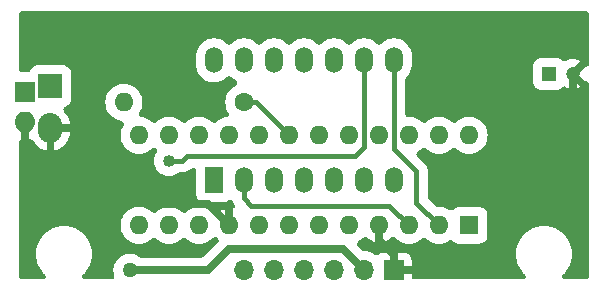
<source format=gbr>
G04 #@! TF.GenerationSoftware,KiCad,Pcbnew,(5.99.0-12936-g328d3d0d77)*
G04 #@! TF.CreationDate,2021-10-24T19:14:53+02:00*
G04 #@! TF.ProjectId,FSP-Display6S,4653502d-4469-4737-906c-617936532e6b,v1.0*
G04 #@! TF.SameCoordinates,Original*
G04 #@! TF.FileFunction,Copper,L1,Top*
G04 #@! TF.FilePolarity,Positive*
%FSLAX46Y46*%
G04 Gerber Fmt 4.6, Leading zero omitted, Abs format (unit mm)*
G04 Created by KiCad (PCBNEW (5.99.0-12936-g328d3d0d77)) date 2021-10-24 19:14:53*
%MOMM*%
%LPD*%
G01*
G04 APERTURE LIST*
G04 #@! TA.AperFunction,ComponentPad*
%ADD10R,1.501140X2.199640*%
G04 #@! TD*
G04 #@! TA.AperFunction,ComponentPad*
%ADD11O,1.501140X2.199640*%
G04 #@! TD*
G04 #@! TA.AperFunction,ComponentPad*
%ADD12C,1.600000*%
G04 #@! TD*
G04 #@! TA.AperFunction,ComponentPad*
%ADD13O,1.600000X1.600000*%
G04 #@! TD*
G04 #@! TA.AperFunction,ComponentPad*
%ADD14R,1.778000X1.778000*%
G04 #@! TD*
G04 #@! TA.AperFunction,ComponentPad*
%ADD15O,1.778000X1.778000*%
G04 #@! TD*
G04 #@! TA.AperFunction,ComponentPad*
%ADD16R,1.200000X1.200000*%
G04 #@! TD*
G04 #@! TA.AperFunction,ComponentPad*
%ADD17C,1.200000*%
G04 #@! TD*
G04 #@! TA.AperFunction,ComponentPad*
%ADD18R,1.600000X1.600000*%
G04 #@! TD*
G04 #@! TA.AperFunction,ComponentPad*
%ADD19R,1.700000X1.700000*%
G04 #@! TD*
G04 #@! TA.AperFunction,ComponentPad*
%ADD20O,1.700000X1.700000*%
G04 #@! TD*
G04 #@! TA.AperFunction,ComponentPad*
%ADD21R,2.032000X2.032000*%
G04 #@! TD*
G04 #@! TA.AperFunction,ComponentPad*
%ADD22O,2.032000X2.540000*%
G04 #@! TD*
G04 #@! TA.AperFunction,ViaPad*
%ADD23C,1.016000*%
G04 #@! TD*
G04 #@! TA.AperFunction,ViaPad*
%ADD24C,1.270000*%
G04 #@! TD*
G04 #@! TA.AperFunction,Conductor*
%ADD25C,0.381000*%
G04 #@! TD*
G04 #@! TA.AperFunction,Conductor*
%ADD26C,0.635000*%
G04 #@! TD*
G04 APERTURE END LIST*
D10*
X58420000Y-43180000D03*
D11*
X60960000Y-43180000D03*
X63500000Y-43180000D03*
X66040000Y-43180000D03*
X68580000Y-43180000D03*
X71120000Y-43180000D03*
X73660000Y-43180000D03*
X73660000Y-33020000D03*
X71120000Y-33020000D03*
X68580000Y-33020000D03*
X66040000Y-33020000D03*
X63500000Y-33020000D03*
X60960000Y-33020000D03*
X58420000Y-33020000D03*
D12*
X60960000Y-36576000D03*
D13*
X50800000Y-36576000D03*
D14*
X42418000Y-35687000D03*
D15*
X42418000Y-38227000D03*
D16*
X86784409Y-34163000D03*
D17*
X88784409Y-34163000D03*
D18*
X80015000Y-46980000D03*
D13*
X77475000Y-46980000D03*
X74935000Y-46980000D03*
X72395000Y-46980000D03*
X69855000Y-46980000D03*
X67315000Y-46980000D03*
X64775000Y-46980000D03*
X62235000Y-46980000D03*
X59695000Y-46980000D03*
X57155000Y-46980000D03*
X54615000Y-46980000D03*
X52075000Y-46980000D03*
X52075000Y-39360000D03*
X54615000Y-39360000D03*
X57155000Y-39360000D03*
X59695000Y-39360000D03*
X62235000Y-39360000D03*
X64775000Y-39360000D03*
X67315000Y-39360000D03*
X69855000Y-39360000D03*
X72395000Y-39360000D03*
X74935000Y-39360000D03*
X77475000Y-39360000D03*
X80015000Y-39360000D03*
D19*
X73660000Y-50800000D03*
D20*
X71120000Y-50800000D03*
X68580000Y-50800000D03*
X66040000Y-50800000D03*
X63500000Y-50800000D03*
X60960000Y-50800000D03*
D21*
X44577000Y-35204400D03*
D22*
X44577000Y-38777000D03*
D23*
X54610000Y-41529000D03*
X79121000Y-44323000D03*
X51054000Y-32893000D03*
X82804000Y-32385000D03*
D24*
X51308000Y-50800000D03*
D25*
X73660000Y-33020000D02*
X73660000Y-40513000D01*
X75565000Y-42418000D02*
X75565000Y-45070000D01*
X73660000Y-40513000D02*
X75565000Y-42418000D01*
X75565000Y-45070000D02*
X77475000Y-46980000D01*
X70358000Y-41148000D02*
X71120000Y-40386000D01*
X54610000Y-41529000D02*
X55753000Y-41529000D01*
X55753000Y-41529000D02*
X56134000Y-41148000D01*
X71120000Y-40386000D02*
X71120000Y-33020000D01*
X56134000Y-41148000D02*
X70358000Y-41148000D01*
X73279000Y-45339000D02*
X61595000Y-45339000D01*
X61595000Y-45339000D02*
X60960000Y-44704000D01*
X60960000Y-44704000D02*
X60960000Y-43180000D01*
X74920000Y-46980000D02*
X73279000Y-45339000D01*
D26*
X72395000Y-48265000D02*
X72395000Y-46980000D01*
X59680000Y-46980000D02*
X57912000Y-45212000D01*
X88784401Y-39993599D02*
X88784401Y-34163000D01*
X79502000Y-50800000D02*
X82042000Y-48260000D01*
X57912000Y-45212000D02*
X53848000Y-45212000D01*
X82042000Y-48260000D02*
X82042000Y-46736000D01*
X73660000Y-50800000D02*
X73660000Y-49530000D01*
X47413000Y-38777000D02*
X44577000Y-38777000D01*
X53848000Y-45212000D02*
X47413000Y-38777000D01*
X82042000Y-46736000D02*
X88784401Y-39993599D01*
X73660000Y-49530000D02*
X72395000Y-48265000D01*
X73660000Y-50800000D02*
X79502000Y-50800000D01*
D25*
X61991001Y-36576001D02*
X64775000Y-39360000D01*
X60959998Y-36576001D02*
X61991001Y-36576001D01*
D26*
X69342000Y-49022000D02*
X59690000Y-49022000D01*
X59690000Y-49022000D02*
X57912000Y-50800000D01*
X71120000Y-50800000D02*
X69342000Y-49022000D01*
X57912000Y-50800000D02*
X51308000Y-50800000D01*
G04 #@! TA.AperFunction,Conductor*
G36*
X90013819Y-28848258D02*
G01*
X90095898Y-28903102D01*
X90150742Y-28985181D01*
X90170000Y-29082000D01*
X90170000Y-33297792D01*
X90150742Y-33394611D01*
X90095898Y-33476690D01*
X90013819Y-33531534D01*
X89917000Y-33550792D01*
X89884008Y-33544601D01*
X89857148Y-33545184D01*
X89846596Y-33549826D01*
X89251041Y-34145381D01*
X89239268Y-34163000D01*
X89251041Y-34180619D01*
X89838458Y-34768036D01*
X89857103Y-34780494D01*
X89867643Y-34778398D01*
X89966359Y-34778399D01*
X90057560Y-34816176D01*
X90127363Y-34885979D01*
X90165139Y-34977180D01*
X90170000Y-35026537D01*
X90170000Y-51309000D01*
X90150742Y-51405819D01*
X90095898Y-51487898D01*
X90013819Y-51542742D01*
X89917000Y-51562000D01*
X88153433Y-51562000D01*
X88056614Y-51542742D01*
X87974535Y-51487898D01*
X87919691Y-51405819D01*
X87900433Y-51309000D01*
X87919691Y-51212181D01*
X87974535Y-51130102D01*
X87986618Y-51118785D01*
X88027895Y-51082586D01*
X88034122Y-51077125D01*
X88115087Y-50984802D01*
X88232857Y-50850512D01*
X88232858Y-50850511D01*
X88238317Y-50844286D01*
X88242913Y-50837407D01*
X88242918Y-50837401D01*
X88405771Y-50593673D01*
X88405774Y-50593669D01*
X88410373Y-50586785D01*
X88474486Y-50456776D01*
X88543685Y-50316456D01*
X88543686Y-50316455D01*
X88547347Y-50309030D01*
X88615808Y-50107350D01*
X88644231Y-50023619D01*
X88644232Y-50023614D01*
X88646894Y-50015773D01*
X88707312Y-49712031D01*
X88709274Y-49682108D01*
X88727025Y-49411270D01*
X88727567Y-49403001D01*
X88725011Y-49364004D01*
X88707854Y-49102234D01*
X88707853Y-49102228D01*
X88707312Y-49093971D01*
X88646894Y-48790229D01*
X88562573Y-48541825D01*
X88550010Y-48504816D01*
X88550008Y-48504812D01*
X88547347Y-48496972D01*
X88487154Y-48374912D01*
X88421384Y-48241546D01*
X88410373Y-48219217D01*
X88404752Y-48210804D01*
X88242918Y-47968601D01*
X88242913Y-47968595D01*
X88238317Y-47961716D01*
X88221027Y-47942000D01*
X88039583Y-47735104D01*
X88034122Y-47728877D01*
X87801283Y-47524682D01*
X87543783Y-47352626D01*
X87285358Y-47225185D01*
X87273453Y-47219314D01*
X87273452Y-47219314D01*
X87266027Y-47215652D01*
X87258187Y-47212991D01*
X87258183Y-47212989D01*
X86980616Y-47118768D01*
X86980611Y-47118767D01*
X86972770Y-47116105D01*
X86669028Y-47055687D01*
X86660771Y-47055146D01*
X86660765Y-47055145D01*
X86368267Y-47035974D01*
X86359998Y-47035432D01*
X86351729Y-47035974D01*
X86059231Y-47055145D01*
X86059225Y-47055146D01*
X86050968Y-47055687D01*
X85747226Y-47116105D01*
X85739385Y-47118767D01*
X85739380Y-47118768D01*
X85461813Y-47212989D01*
X85461809Y-47212991D01*
X85453969Y-47215652D01*
X85176214Y-47352626D01*
X85169330Y-47357225D01*
X85169326Y-47357228D01*
X84925598Y-47520081D01*
X84925592Y-47520086D01*
X84918713Y-47524682D01*
X84685874Y-47728877D01*
X84680413Y-47735104D01*
X84498970Y-47942000D01*
X84481679Y-47961716D01*
X84477083Y-47968595D01*
X84477078Y-47968601D01*
X84315244Y-48210804D01*
X84309623Y-48219217D01*
X84298612Y-48241546D01*
X84232843Y-48374912D01*
X84172649Y-48496972D01*
X84169988Y-48504812D01*
X84169986Y-48504816D01*
X84157424Y-48541825D01*
X84073102Y-48790229D01*
X84012684Y-49093971D01*
X84012143Y-49102228D01*
X84012142Y-49102234D01*
X83994985Y-49364004D01*
X83992429Y-49403001D01*
X83992971Y-49411270D01*
X84010723Y-49682108D01*
X84012684Y-49712031D01*
X84073102Y-50015773D01*
X84075764Y-50023614D01*
X84075765Y-50023619D01*
X84104188Y-50107350D01*
X84172649Y-50309030D01*
X84176310Y-50316455D01*
X84176311Y-50316456D01*
X84245510Y-50456776D01*
X84309623Y-50586785D01*
X84314222Y-50593669D01*
X84314225Y-50593673D01*
X84477078Y-50837401D01*
X84477083Y-50837407D01*
X84481679Y-50844286D01*
X84487138Y-50850511D01*
X84487139Y-50850512D01*
X84604909Y-50984802D01*
X84685874Y-51077125D01*
X84692101Y-51082586D01*
X84733378Y-51118785D01*
X84793472Y-51197101D01*
X84819021Y-51292453D01*
X84806136Y-51390324D01*
X84756778Y-51475815D01*
X84678462Y-51535909D01*
X84583110Y-51561458D01*
X84566563Y-51562000D01*
X75398000Y-51562000D01*
X75301181Y-51542742D01*
X75219102Y-51487898D01*
X75164258Y-51405819D01*
X75145000Y-51309000D01*
X75145000Y-51142418D01*
X75140866Y-51121634D01*
X75120082Y-51117500D01*
X73595500Y-51117500D01*
X73498681Y-51098242D01*
X73416602Y-51043398D01*
X73361758Y-50961319D01*
X73342500Y-50864500D01*
X73342500Y-50457582D01*
X73977500Y-50457582D01*
X73981634Y-50478366D01*
X74002418Y-50482500D01*
X75120082Y-50482500D01*
X75140866Y-50478366D01*
X75145000Y-50457582D01*
X75145000Y-49890844D01*
X75144610Y-49880915D01*
X75143181Y-49862762D01*
X75138560Y-49837461D01*
X75101847Y-49711093D01*
X75089305Y-49682108D01*
X75023837Y-49571409D01*
X75004482Y-49546457D01*
X74913543Y-49455518D01*
X74888591Y-49436163D01*
X74777892Y-49370695D01*
X74748907Y-49358153D01*
X74622539Y-49321440D01*
X74597238Y-49316819D01*
X74579085Y-49315390D01*
X74569156Y-49315000D01*
X74002418Y-49315000D01*
X73981634Y-49319134D01*
X73977500Y-49339918D01*
X73977500Y-50457582D01*
X73342500Y-50457582D01*
X73342500Y-49339918D01*
X73338366Y-49319134D01*
X73317582Y-49315000D01*
X72750844Y-49315000D01*
X72740915Y-49315390D01*
X72722762Y-49316819D01*
X72697461Y-49321440D01*
X72571093Y-49358153D01*
X72542108Y-49370695D01*
X72431409Y-49436163D01*
X72406457Y-49455518D01*
X72396619Y-49465356D01*
X72314540Y-49520200D01*
X72217721Y-49539458D01*
X72120902Y-49520200D01*
X72073036Y-49493392D01*
X72070734Y-49491426D01*
X72062258Y-49486232D01*
X72062254Y-49486229D01*
X71862800Y-49364004D01*
X71854323Y-49358809D01*
X71808717Y-49339918D01*
X71629017Y-49265484D01*
X71619831Y-49261679D01*
X71373031Y-49202428D01*
X71120000Y-49182514D01*
X71120178Y-49180258D01*
X71038622Y-49164036D01*
X70956543Y-49109192D01*
X70580998Y-48733647D01*
X70526154Y-48651568D01*
X70506896Y-48554749D01*
X70526154Y-48457930D01*
X70580998Y-48375851D01*
X70627703Y-48339032D01*
X70767777Y-48253194D01*
X70767783Y-48253190D01*
X70776255Y-48247998D01*
X70783805Y-48241549D01*
X70783810Y-48241546D01*
X70955719Y-48094721D01*
X70963271Y-48088271D01*
X70969721Y-48080719D01*
X70969727Y-48080713D01*
X71018135Y-48024034D01*
X71095658Y-47962920D01*
X71190667Y-47936124D01*
X71288698Y-47947726D01*
X71374828Y-47995961D01*
X71387530Y-48007580D01*
X71395529Y-48015413D01*
X71561107Y-48152878D01*
X71578064Y-48164752D01*
X71763865Y-48273325D01*
X71782533Y-48282269D01*
X71983577Y-48359040D01*
X72003449Y-48364814D01*
X72053081Y-48374912D01*
X72074274Y-48375004D01*
X72077482Y-48367353D01*
X72077500Y-48367176D01*
X72077500Y-46915500D01*
X72096758Y-46818681D01*
X72151602Y-46736602D01*
X72233681Y-46681758D01*
X72330500Y-46662500D01*
X72459500Y-46662500D01*
X72556319Y-46681758D01*
X72638398Y-46736602D01*
X72693242Y-46818681D01*
X72712500Y-46915500D01*
X72712500Y-48358097D01*
X72716634Y-48378881D01*
X72718996Y-48379351D01*
X72730190Y-48377708D01*
X72910447Y-48323628D01*
X72929719Y-48316075D01*
X73122977Y-48221399D01*
X73140751Y-48210804D01*
X73315955Y-48085832D01*
X73331760Y-48072475D01*
X73398334Y-48006134D01*
X73480509Y-47951434D01*
X73577361Y-47932344D01*
X73674146Y-47951772D01*
X73756129Y-48006759D01*
X73769301Y-48021033D01*
X73820272Y-48080712D01*
X73820279Y-48080719D01*
X73826729Y-48088271D01*
X73834281Y-48094721D01*
X74006190Y-48241546D01*
X74006195Y-48241549D01*
X74013745Y-48247998D01*
X74223446Y-48376503D01*
X74450668Y-48470621D01*
X74460333Y-48472941D01*
X74460338Y-48472943D01*
X74560426Y-48496972D01*
X74689815Y-48528036D01*
X74935000Y-48547332D01*
X75180185Y-48528036D01*
X75309574Y-48496972D01*
X75409662Y-48472943D01*
X75409667Y-48472941D01*
X75419332Y-48470621D01*
X75646554Y-48376503D01*
X75856255Y-48247998D01*
X75863813Y-48241543D01*
X75863817Y-48241540D01*
X76040689Y-48090477D01*
X76126818Y-48042242D01*
X76224850Y-48030639D01*
X76319859Y-48057434D01*
X76369311Y-48090477D01*
X76546183Y-48241540D01*
X76546187Y-48241543D01*
X76553745Y-48247998D01*
X76763446Y-48376503D01*
X76990668Y-48470621D01*
X77000333Y-48472941D01*
X77000338Y-48472943D01*
X77100426Y-48496972D01*
X77229815Y-48528036D01*
X77475000Y-48547332D01*
X77720185Y-48528036D01*
X77849574Y-48496972D01*
X77949662Y-48472943D01*
X77949667Y-48472941D01*
X77959332Y-48470621D01*
X78186554Y-48376503D01*
X78195159Y-48371230D01*
X78355383Y-48273045D01*
X78447998Y-48238878D01*
X78546637Y-48242754D01*
X78636285Y-48284082D01*
X78666317Y-48309709D01*
X78739201Y-48382466D01*
X78751705Y-48390174D01*
X78751707Y-48390175D01*
X78878054Y-48468056D01*
X78878059Y-48468058D01*
X78890560Y-48475764D01*
X79059322Y-48531741D01*
X79164334Y-48542500D01*
X80865666Y-48542500D01*
X80872172Y-48541825D01*
X80958219Y-48532897D01*
X80958220Y-48532897D01*
X80971990Y-48531468D01*
X80985120Y-48527087D01*
X80985122Y-48527087D01*
X81097645Y-48489546D01*
X81140654Y-48475197D01*
X81291850Y-48381634D01*
X81417466Y-48255799D01*
X81426252Y-48241546D01*
X81503056Y-48116946D01*
X81503058Y-48116941D01*
X81510764Y-48104440D01*
X81566741Y-47935678D01*
X81577500Y-47830666D01*
X81577500Y-46129334D01*
X81566468Y-46023010D01*
X81510197Y-45854346D01*
X81426108Y-45718460D01*
X81424370Y-45715651D01*
X81424369Y-45715650D01*
X81416634Y-45703150D01*
X81290799Y-45577534D01*
X81267730Y-45563314D01*
X81151946Y-45491944D01*
X81151941Y-45491942D01*
X81139440Y-45484236D01*
X80970678Y-45428259D01*
X80865666Y-45417500D01*
X79164334Y-45417500D01*
X79157829Y-45418175D01*
X79157828Y-45418175D01*
X79071781Y-45427103D01*
X79071780Y-45427103D01*
X79058010Y-45428532D01*
X79044880Y-45432913D01*
X79044878Y-45432913D01*
X79040763Y-45434286D01*
X78889346Y-45484803D01*
X78738150Y-45578366D01*
X78714835Y-45601722D01*
X78666649Y-45649992D01*
X78584618Y-45704907D01*
X78487816Y-45724250D01*
X78390980Y-45705076D01*
X78355403Y-45686968D01*
X78307133Y-45657388D01*
X78186554Y-45583497D01*
X77959332Y-45489379D01*
X77949667Y-45487059D01*
X77949662Y-45487057D01*
X77793071Y-45449463D01*
X77720185Y-45431964D01*
X77475000Y-45412668D01*
X77387709Y-45419538D01*
X77289678Y-45407935D01*
X77203549Y-45359701D01*
X77188961Y-45346216D01*
X76592102Y-44749357D01*
X76537258Y-44667278D01*
X76518000Y-44570459D01*
X76518000Y-42435219D01*
X76518099Y-42428156D01*
X76519984Y-42360658D01*
X76520342Y-42347844D01*
X76511213Y-42296068D01*
X76508664Y-42277700D01*
X76504646Y-42238138D01*
X76504645Y-42238133D01*
X76503350Y-42225384D01*
X76499516Y-42213150D01*
X76499515Y-42213145D01*
X76497722Y-42207422D01*
X76489990Y-42175705D01*
X76488949Y-42169802D01*
X76488948Y-42169799D01*
X76486723Y-42157179D01*
X76467372Y-42108303D01*
X76461184Y-42090829D01*
X76449290Y-42052876D01*
X76449288Y-42052871D01*
X76445454Y-42040637D01*
X76436333Y-42024182D01*
X76422379Y-41994662D01*
X76420174Y-41989093D01*
X76420172Y-41989088D01*
X76415452Y-41977168D01*
X76386666Y-41933179D01*
X76377089Y-41917303D01*
X76357804Y-41882512D01*
X76357800Y-41882506D01*
X76351591Y-41871305D01*
X76339343Y-41857015D01*
X76319740Y-41830906D01*
X76314755Y-41823288D01*
X76314752Y-41823285D01*
X76309439Y-41815165D01*
X76305183Y-41810437D01*
X76271736Y-41776990D01*
X76258538Y-41762738D01*
X76233935Y-41734033D01*
X76233934Y-41734032D01*
X76225597Y-41724305D01*
X76208991Y-41711424D01*
X76185159Y-41690413D01*
X75915184Y-41420438D01*
X75628379Y-41133634D01*
X75573537Y-41051556D01*
X75554278Y-40954737D01*
X75573536Y-40857918D01*
X75628380Y-40775839D01*
X75675085Y-40739019D01*
X75723714Y-40709219D01*
X75856255Y-40627998D01*
X75863813Y-40621543D01*
X75863817Y-40621540D01*
X76040689Y-40470477D01*
X76126818Y-40422242D01*
X76224850Y-40410639D01*
X76319859Y-40437434D01*
X76369311Y-40470477D01*
X76546183Y-40621540D01*
X76546187Y-40621543D01*
X76553745Y-40627998D01*
X76763446Y-40756503D01*
X76990668Y-40850621D01*
X77000333Y-40852941D01*
X77000338Y-40852943D01*
X77122510Y-40882274D01*
X77229815Y-40908036D01*
X77475000Y-40927332D01*
X77720185Y-40908036D01*
X77827490Y-40882274D01*
X77949662Y-40852943D01*
X77949667Y-40852941D01*
X77959332Y-40850621D01*
X78186554Y-40756503D01*
X78396255Y-40627998D01*
X78403813Y-40621543D01*
X78403817Y-40621540D01*
X78580689Y-40470477D01*
X78666818Y-40422242D01*
X78764850Y-40410639D01*
X78859859Y-40437434D01*
X78909311Y-40470477D01*
X79086183Y-40621540D01*
X79086187Y-40621543D01*
X79093745Y-40627998D01*
X79303446Y-40756503D01*
X79530668Y-40850621D01*
X79540333Y-40852941D01*
X79540338Y-40852943D01*
X79662510Y-40882274D01*
X79769815Y-40908036D01*
X80015000Y-40927332D01*
X80260185Y-40908036D01*
X80367490Y-40882274D01*
X80489662Y-40852943D01*
X80489667Y-40852941D01*
X80499332Y-40850621D01*
X80726554Y-40756503D01*
X80936255Y-40627998D01*
X80943805Y-40621549D01*
X80943810Y-40621546D01*
X81115719Y-40474721D01*
X81123271Y-40468271D01*
X81162584Y-40422242D01*
X81276546Y-40288810D01*
X81276549Y-40288805D01*
X81282998Y-40281255D01*
X81411503Y-40071554D01*
X81505621Y-39844332D01*
X81563036Y-39605185D01*
X81582332Y-39360000D01*
X81563036Y-39114815D01*
X81505621Y-38875668D01*
X81411503Y-38648446D01*
X81282998Y-38438745D01*
X81276549Y-38431195D01*
X81276546Y-38431190D01*
X81129721Y-38259281D01*
X81123271Y-38251729D01*
X81108113Y-38238783D01*
X80943810Y-38098454D01*
X80943805Y-38098451D01*
X80936255Y-38092002D01*
X80726554Y-37963497D01*
X80499332Y-37869379D01*
X80489667Y-37867059D01*
X80489662Y-37867057D01*
X80333071Y-37829463D01*
X80260185Y-37811964D01*
X80015000Y-37792668D01*
X79769815Y-37811964D01*
X79696929Y-37829463D01*
X79540338Y-37867057D01*
X79540333Y-37867059D01*
X79530668Y-37869379D01*
X79303446Y-37963497D01*
X79093745Y-38092002D01*
X79086191Y-38098454D01*
X79086183Y-38098460D01*
X78909311Y-38249523D01*
X78823182Y-38297758D01*
X78725150Y-38309361D01*
X78630141Y-38282566D01*
X78580689Y-38249523D01*
X78403817Y-38098460D01*
X78403809Y-38098454D01*
X78396255Y-38092002D01*
X78186554Y-37963497D01*
X77959332Y-37869379D01*
X77949667Y-37867059D01*
X77949662Y-37867057D01*
X77793071Y-37829463D01*
X77720185Y-37811964D01*
X77475000Y-37792668D01*
X77229815Y-37811964D01*
X77156929Y-37829463D01*
X77000338Y-37867057D01*
X77000333Y-37867059D01*
X76990668Y-37869379D01*
X76763446Y-37963497D01*
X76553745Y-38092002D01*
X76546191Y-38098454D01*
X76546183Y-38098460D01*
X76369311Y-38249523D01*
X76283182Y-38297758D01*
X76185150Y-38309361D01*
X76090141Y-38282566D01*
X76040689Y-38249523D01*
X75863817Y-38098460D01*
X75863809Y-38098454D01*
X75856255Y-38092002D01*
X75646554Y-37963497D01*
X75419332Y-37869379D01*
X75409667Y-37867059D01*
X75409662Y-37867057D01*
X75253071Y-37829463D01*
X75180185Y-37811964D01*
X74935000Y-37792668D01*
X74925089Y-37793448D01*
X74925088Y-37793448D01*
X74885849Y-37796536D01*
X74787818Y-37784933D01*
X74701689Y-37736698D01*
X74640575Y-37659175D01*
X74613780Y-37564165D01*
X74613000Y-37544316D01*
X74613000Y-34813666D01*
X85421909Y-34813666D01*
X85422584Y-34820171D01*
X85422584Y-34820172D01*
X85428086Y-34873194D01*
X85432941Y-34919990D01*
X85437322Y-34933120D01*
X85437322Y-34933122D01*
X85452021Y-34977180D01*
X85489212Y-35088654D01*
X85582775Y-35239850D01*
X85708610Y-35365466D01*
X85721114Y-35373174D01*
X85721116Y-35373175D01*
X85847463Y-35451056D01*
X85847468Y-35451058D01*
X85859969Y-35458764D01*
X86028731Y-35514741D01*
X86133743Y-35525500D01*
X87435075Y-35525500D01*
X87441581Y-35524825D01*
X87527628Y-35515897D01*
X87527629Y-35515897D01*
X87541399Y-35514468D01*
X87554529Y-35510087D01*
X87554531Y-35510087D01*
X87681492Y-35467729D01*
X87710063Y-35458197D01*
X87861259Y-35364634D01*
X87871644Y-35354231D01*
X87871649Y-35354227D01*
X87919518Y-35306274D01*
X88001549Y-35251358D01*
X88098351Y-35232015D01*
X88195186Y-35251189D01*
X88205495Y-35255719D01*
X88350395Y-35323287D01*
X88371069Y-35330811D01*
X88558465Y-35381024D01*
X88580138Y-35384846D01*
X88773402Y-35401754D01*
X88795416Y-35401754D01*
X88988680Y-35384846D01*
X89010353Y-35381024D01*
X89197749Y-35330811D01*
X89218423Y-35323287D01*
X89393778Y-35241518D01*
X89401306Y-35233653D01*
X89397579Y-35225183D01*
X88514294Y-34341898D01*
X88459450Y-34259819D01*
X88440192Y-34163000D01*
X88459450Y-34066181D01*
X88514294Y-33984102D01*
X89389445Y-33108951D01*
X89401218Y-33091332D01*
X89398382Y-33087087D01*
X89394257Y-33084706D01*
X89218423Y-33002713D01*
X89197749Y-32995189D01*
X89010353Y-32944976D01*
X88988680Y-32941154D01*
X88795416Y-32924246D01*
X88773402Y-32924246D01*
X88580138Y-32941154D01*
X88558465Y-32944976D01*
X88371069Y-32995189D01*
X88350390Y-33002715D01*
X88205485Y-33070285D01*
X88109599Y-33093748D01*
X88012032Y-33078731D01*
X87927639Y-33027520D01*
X87919821Y-33020043D01*
X87884261Y-32984545D01*
X87860208Y-32960534D01*
X87847702Y-32952825D01*
X87721355Y-32874944D01*
X87721350Y-32874942D01*
X87708849Y-32867236D01*
X87540087Y-32811259D01*
X87435075Y-32800500D01*
X86133743Y-32800500D01*
X86127238Y-32801175D01*
X86127237Y-32801175D01*
X86041190Y-32810103D01*
X86041189Y-32810103D01*
X86027419Y-32811532D01*
X86014289Y-32815913D01*
X86014287Y-32815913D01*
X85921455Y-32846884D01*
X85858755Y-32867803D01*
X85707559Y-32961366D01*
X85581943Y-33087201D01*
X85574235Y-33099705D01*
X85574234Y-33099707D01*
X85496353Y-33226054D01*
X85496351Y-33226059D01*
X85488645Y-33238560D01*
X85432668Y-33407322D01*
X85421909Y-33512334D01*
X85421909Y-34813666D01*
X74613000Y-34813666D01*
X74613000Y-34659516D01*
X74632258Y-34562697D01*
X74692167Y-34475693D01*
X74692544Y-34475337D01*
X74788088Y-34384985D01*
X74935973Y-34191559D01*
X75051031Y-33976977D01*
X75056396Y-33961398D01*
X75126991Y-33756371D01*
X75130301Y-33746759D01*
X75171745Y-33506830D01*
X75172390Y-33492636D01*
X75172941Y-33480498D01*
X75172941Y-33480482D01*
X75173070Y-33477649D01*
X75173070Y-32609575D01*
X75158465Y-32428052D01*
X75156040Y-32418179D01*
X75102810Y-32201464D01*
X75102808Y-32201459D01*
X75100386Y-32191597D01*
X75096417Y-32182246D01*
X75009222Y-31976826D01*
X75009219Y-31976820D01*
X75005250Y-31967470D01*
X74930294Y-31848441D01*
X74880916Y-31770031D01*
X74880916Y-31770030D01*
X74875504Y-31761437D01*
X74714486Y-31578798D01*
X74706635Y-31572349D01*
X74534194Y-31430704D01*
X74534193Y-31430703D01*
X74526339Y-31424252D01*
X74517557Y-31419141D01*
X74517553Y-31419138D01*
X74324689Y-31306888D01*
X74324683Y-31306885D01*
X74315903Y-31301775D01*
X74168509Y-31245196D01*
X74098083Y-31218162D01*
X74098080Y-31218161D01*
X74088592Y-31214519D01*
X74078641Y-31212440D01*
X74078637Y-31212439D01*
X73942194Y-31183935D01*
X73850255Y-31164728D01*
X73840114Y-31164268D01*
X73840110Y-31164267D01*
X73647094Y-31155503D01*
X73607023Y-31153683D01*
X73429606Y-31174211D01*
X73375256Y-31180499D01*
X73375254Y-31180499D01*
X73365154Y-31181668D01*
X73130870Y-31247963D01*
X73121667Y-31252255D01*
X73121663Y-31252256D01*
X72919401Y-31346573D01*
X72919396Y-31346576D01*
X72910200Y-31350864D01*
X72708820Y-31487721D01*
X72563987Y-31624683D01*
X72480414Y-31677210D01*
X72383095Y-31693758D01*
X72286851Y-31671804D01*
X72200380Y-31608169D01*
X72181204Y-31586418D01*
X72174486Y-31578798D01*
X72166635Y-31572349D01*
X71994194Y-31430704D01*
X71994193Y-31430703D01*
X71986339Y-31424252D01*
X71977557Y-31419141D01*
X71977553Y-31419138D01*
X71784689Y-31306888D01*
X71784683Y-31306885D01*
X71775903Y-31301775D01*
X71628509Y-31245196D01*
X71558083Y-31218162D01*
X71558080Y-31218161D01*
X71548592Y-31214519D01*
X71538641Y-31212440D01*
X71538637Y-31212439D01*
X71402194Y-31183935D01*
X71310255Y-31164728D01*
X71300114Y-31164268D01*
X71300110Y-31164267D01*
X71107094Y-31155503D01*
X71067023Y-31153683D01*
X70889606Y-31174211D01*
X70835256Y-31180499D01*
X70835254Y-31180499D01*
X70825154Y-31181668D01*
X70590870Y-31247963D01*
X70581667Y-31252255D01*
X70581663Y-31252256D01*
X70379401Y-31346573D01*
X70379396Y-31346576D01*
X70370200Y-31350864D01*
X70168820Y-31487721D01*
X70023987Y-31624683D01*
X69940414Y-31677210D01*
X69843095Y-31693758D01*
X69746851Y-31671804D01*
X69660380Y-31608169D01*
X69641204Y-31586418D01*
X69634486Y-31578798D01*
X69626635Y-31572349D01*
X69454194Y-31430704D01*
X69454193Y-31430703D01*
X69446339Y-31424252D01*
X69437557Y-31419141D01*
X69437553Y-31419138D01*
X69244689Y-31306888D01*
X69244683Y-31306885D01*
X69235903Y-31301775D01*
X69088509Y-31245196D01*
X69018083Y-31218162D01*
X69018080Y-31218161D01*
X69008592Y-31214519D01*
X68998641Y-31212440D01*
X68998637Y-31212439D01*
X68862194Y-31183935D01*
X68770255Y-31164728D01*
X68760114Y-31164268D01*
X68760110Y-31164267D01*
X68567094Y-31155503D01*
X68527023Y-31153683D01*
X68349606Y-31174211D01*
X68295256Y-31180499D01*
X68295254Y-31180499D01*
X68285154Y-31181668D01*
X68050870Y-31247963D01*
X68041667Y-31252255D01*
X68041663Y-31252256D01*
X67839401Y-31346573D01*
X67839396Y-31346576D01*
X67830200Y-31350864D01*
X67628820Y-31487721D01*
X67483987Y-31624683D01*
X67400414Y-31677210D01*
X67303095Y-31693758D01*
X67206851Y-31671804D01*
X67120380Y-31608169D01*
X67101204Y-31586418D01*
X67094486Y-31578798D01*
X67086635Y-31572349D01*
X66914194Y-31430704D01*
X66914193Y-31430703D01*
X66906339Y-31424252D01*
X66897557Y-31419141D01*
X66897553Y-31419138D01*
X66704689Y-31306888D01*
X66704683Y-31306885D01*
X66695903Y-31301775D01*
X66548509Y-31245196D01*
X66478083Y-31218162D01*
X66478080Y-31218161D01*
X66468592Y-31214519D01*
X66458641Y-31212440D01*
X66458637Y-31212439D01*
X66322194Y-31183935D01*
X66230255Y-31164728D01*
X66220114Y-31164268D01*
X66220110Y-31164267D01*
X66027094Y-31155503D01*
X65987023Y-31153683D01*
X65809606Y-31174211D01*
X65755256Y-31180499D01*
X65755254Y-31180499D01*
X65745154Y-31181668D01*
X65510870Y-31247963D01*
X65501667Y-31252255D01*
X65501663Y-31252256D01*
X65299401Y-31346573D01*
X65299396Y-31346576D01*
X65290200Y-31350864D01*
X65088820Y-31487721D01*
X64943987Y-31624683D01*
X64860414Y-31677210D01*
X64763095Y-31693758D01*
X64666851Y-31671804D01*
X64580380Y-31608169D01*
X64561204Y-31586418D01*
X64554486Y-31578798D01*
X64546635Y-31572349D01*
X64374194Y-31430704D01*
X64374193Y-31430703D01*
X64366339Y-31424252D01*
X64357557Y-31419141D01*
X64357553Y-31419138D01*
X64164689Y-31306888D01*
X64164683Y-31306885D01*
X64155903Y-31301775D01*
X64008509Y-31245196D01*
X63938083Y-31218162D01*
X63938080Y-31218161D01*
X63928592Y-31214519D01*
X63918641Y-31212440D01*
X63918637Y-31212439D01*
X63782194Y-31183935D01*
X63690255Y-31164728D01*
X63680114Y-31164268D01*
X63680110Y-31164267D01*
X63487094Y-31155503D01*
X63447023Y-31153683D01*
X63269606Y-31174211D01*
X63215256Y-31180499D01*
X63215254Y-31180499D01*
X63205154Y-31181668D01*
X62970870Y-31247963D01*
X62961667Y-31252255D01*
X62961663Y-31252256D01*
X62759401Y-31346573D01*
X62759396Y-31346576D01*
X62750200Y-31350864D01*
X62548820Y-31487721D01*
X62403987Y-31624683D01*
X62320414Y-31677210D01*
X62223095Y-31693758D01*
X62126851Y-31671804D01*
X62040380Y-31608169D01*
X62021204Y-31586418D01*
X62014486Y-31578798D01*
X62006635Y-31572349D01*
X61834194Y-31430704D01*
X61834193Y-31430703D01*
X61826339Y-31424252D01*
X61817557Y-31419141D01*
X61817553Y-31419138D01*
X61624689Y-31306888D01*
X61624683Y-31306885D01*
X61615903Y-31301775D01*
X61468509Y-31245196D01*
X61398083Y-31218162D01*
X61398080Y-31218161D01*
X61388592Y-31214519D01*
X61378641Y-31212440D01*
X61378637Y-31212439D01*
X61242194Y-31183935D01*
X61150255Y-31164728D01*
X61140114Y-31164268D01*
X61140110Y-31164267D01*
X60947094Y-31155503D01*
X60907023Y-31153683D01*
X60729606Y-31174211D01*
X60675256Y-31180499D01*
X60675254Y-31180499D01*
X60665154Y-31181668D01*
X60430870Y-31247963D01*
X60421667Y-31252255D01*
X60421663Y-31252256D01*
X60219401Y-31346573D01*
X60219396Y-31346576D01*
X60210200Y-31350864D01*
X60008820Y-31487721D01*
X59863987Y-31624683D01*
X59780414Y-31677210D01*
X59683095Y-31693758D01*
X59586851Y-31671804D01*
X59500380Y-31608169D01*
X59481204Y-31586418D01*
X59474486Y-31578798D01*
X59466635Y-31572349D01*
X59294194Y-31430704D01*
X59294193Y-31430703D01*
X59286339Y-31424252D01*
X59277557Y-31419141D01*
X59277553Y-31419138D01*
X59084689Y-31306888D01*
X59084683Y-31306885D01*
X59075903Y-31301775D01*
X58928509Y-31245196D01*
X58858083Y-31218162D01*
X58858080Y-31218161D01*
X58848592Y-31214519D01*
X58838641Y-31212440D01*
X58838637Y-31212439D01*
X58702194Y-31183935D01*
X58610255Y-31164728D01*
X58600114Y-31164268D01*
X58600110Y-31164267D01*
X58407094Y-31155503D01*
X58367023Y-31153683D01*
X58189606Y-31174211D01*
X58135256Y-31180499D01*
X58135254Y-31180499D01*
X58125154Y-31181668D01*
X57890870Y-31247963D01*
X57881667Y-31252255D01*
X57881663Y-31252256D01*
X57679401Y-31346573D01*
X57679396Y-31346576D01*
X57670200Y-31350864D01*
X57468820Y-31487721D01*
X57291912Y-31655015D01*
X57144027Y-31848441D01*
X57028969Y-32063023D01*
X56949699Y-32293241D01*
X56908255Y-32533170D01*
X56906930Y-32562351D01*
X56906930Y-33430425D01*
X56907337Y-33435482D01*
X56907337Y-33435485D01*
X56907806Y-33441313D01*
X56921535Y-33611948D01*
X56923960Y-33621820D01*
X56923960Y-33621821D01*
X56963427Y-33782500D01*
X56979614Y-33848403D01*
X56983582Y-33857751D01*
X56983583Y-33857754D01*
X57070778Y-34063174D01*
X57070781Y-34063180D01*
X57074750Y-34072530D01*
X57080164Y-34081128D01*
X57080166Y-34081131D01*
X57154787Y-34199627D01*
X57204496Y-34278563D01*
X57365514Y-34461202D01*
X57373364Y-34467650D01*
X57373365Y-34467651D01*
X57474298Y-34550558D01*
X57553661Y-34615748D01*
X57562443Y-34620859D01*
X57562447Y-34620862D01*
X57755311Y-34733112D01*
X57755317Y-34733115D01*
X57764097Y-34738225D01*
X57874212Y-34780494D01*
X57981917Y-34821838D01*
X57981920Y-34821839D01*
X57991408Y-34825481D01*
X58001359Y-34827560D01*
X58001363Y-34827561D01*
X58135403Y-34855563D01*
X58229745Y-34875272D01*
X58239886Y-34875732D01*
X58239890Y-34875733D01*
X58432906Y-34884497D01*
X58472977Y-34886317D01*
X58650394Y-34865789D01*
X58704744Y-34859501D01*
X58704746Y-34859501D01*
X58714846Y-34858332D01*
X58949130Y-34792037D01*
X58958333Y-34787745D01*
X58958337Y-34787744D01*
X59160599Y-34693427D01*
X59160604Y-34693424D01*
X59169800Y-34689136D01*
X59371180Y-34552279D01*
X59516013Y-34415317D01*
X59599586Y-34362790D01*
X59696905Y-34346242D01*
X59793149Y-34368196D01*
X59879620Y-34431831D01*
X59905514Y-34461202D01*
X59913364Y-34467650D01*
X59913365Y-34467651D01*
X60014298Y-34550558D01*
X60093661Y-34615748D01*
X60282449Y-34725626D01*
X60356435Y-34790968D01*
X60399786Y-34879655D01*
X60405899Y-34978181D01*
X60373842Y-35071547D01*
X60308495Y-35145538D01*
X60265905Y-35170031D01*
X60266489Y-35171178D01*
X60257623Y-35175696D01*
X60248446Y-35179497D01*
X60038745Y-35308002D01*
X60031195Y-35314451D01*
X60031190Y-35314454D01*
X59871945Y-35450463D01*
X59851729Y-35467729D01*
X59845279Y-35475281D01*
X59698454Y-35647190D01*
X59698451Y-35647195D01*
X59692002Y-35654745D01*
X59563497Y-35864446D01*
X59469379Y-36091668D01*
X59411964Y-36330815D01*
X59392668Y-36576000D01*
X59411964Y-36821185D01*
X59469379Y-37060332D01*
X59563497Y-37287554D01*
X59648662Y-37426531D01*
X59649122Y-37427281D01*
X59683289Y-37519895D01*
X59679414Y-37618534D01*
X59638085Y-37708182D01*
X59565596Y-37775191D01*
X59472982Y-37809358D01*
X59466144Y-37810168D01*
X59459732Y-37811184D01*
X59449815Y-37811964D01*
X59376929Y-37829463D01*
X59220338Y-37867057D01*
X59220333Y-37867059D01*
X59210668Y-37869379D01*
X58983446Y-37963497D01*
X58773745Y-38092002D01*
X58766191Y-38098454D01*
X58766183Y-38098460D01*
X58589311Y-38249523D01*
X58503182Y-38297758D01*
X58405150Y-38309361D01*
X58310141Y-38282566D01*
X58260689Y-38249523D01*
X58083817Y-38098460D01*
X58083809Y-38098454D01*
X58076255Y-38092002D01*
X57866554Y-37963497D01*
X57639332Y-37869379D01*
X57629667Y-37867059D01*
X57629662Y-37867057D01*
X57473071Y-37829463D01*
X57400185Y-37811964D01*
X57155000Y-37792668D01*
X56909815Y-37811964D01*
X56836929Y-37829463D01*
X56680338Y-37867057D01*
X56680333Y-37867059D01*
X56670668Y-37869379D01*
X56443446Y-37963497D01*
X56233745Y-38092002D01*
X56226191Y-38098454D01*
X56226183Y-38098460D01*
X56049311Y-38249523D01*
X55963182Y-38297758D01*
X55865150Y-38309361D01*
X55770141Y-38282566D01*
X55720689Y-38249523D01*
X55543817Y-38098460D01*
X55543809Y-38098454D01*
X55536255Y-38092002D01*
X55326554Y-37963497D01*
X55099332Y-37869379D01*
X55089667Y-37867059D01*
X55089662Y-37867057D01*
X54933071Y-37829463D01*
X54860185Y-37811964D01*
X54615000Y-37792668D01*
X54369815Y-37811964D01*
X54296929Y-37829463D01*
X54140338Y-37867057D01*
X54140333Y-37867059D01*
X54130668Y-37869379D01*
X53903446Y-37963497D01*
X53693745Y-38092002D01*
X53686191Y-38098454D01*
X53686183Y-38098460D01*
X53509311Y-38249523D01*
X53423182Y-38297758D01*
X53325150Y-38309361D01*
X53230141Y-38282566D01*
X53180689Y-38249523D01*
X53003817Y-38098460D01*
X53003809Y-38098454D01*
X52996255Y-38092002D01*
X52786554Y-37963497D01*
X52559332Y-37869379D01*
X52549667Y-37867059D01*
X52549662Y-37867057D01*
X52393071Y-37829463D01*
X52320185Y-37811964D01*
X52307211Y-37810943D01*
X52305239Y-37810387D01*
X52300455Y-37809629D01*
X52300545Y-37809063D01*
X52212205Y-37784152D01*
X52134679Y-37723040D01*
X52086442Y-37636913D01*
X52074835Y-37538882D01*
X52101627Y-37443872D01*
X52111338Y-37426531D01*
X52191312Y-37296025D01*
X52191313Y-37296024D01*
X52196503Y-37287554D01*
X52290621Y-37060332D01*
X52348036Y-36821185D01*
X52367332Y-36576000D01*
X52348036Y-36330815D01*
X52290621Y-36091668D01*
X52196503Y-35864446D01*
X52067998Y-35654745D01*
X52061549Y-35647195D01*
X52061546Y-35647190D01*
X51914721Y-35475281D01*
X51908271Y-35467729D01*
X51888055Y-35450463D01*
X51728810Y-35314454D01*
X51728805Y-35314451D01*
X51721255Y-35308002D01*
X51511554Y-35179497D01*
X51284332Y-35085379D01*
X51274667Y-35083059D01*
X51274662Y-35083057D01*
X51096696Y-35040331D01*
X51045185Y-35027964D01*
X50800000Y-35008668D01*
X50554815Y-35027964D01*
X50503304Y-35040331D01*
X50325338Y-35083057D01*
X50325333Y-35083059D01*
X50315668Y-35085379D01*
X50088446Y-35179497D01*
X49878745Y-35308002D01*
X49871195Y-35314451D01*
X49871190Y-35314454D01*
X49711945Y-35450463D01*
X49691729Y-35467729D01*
X49685279Y-35475281D01*
X49538454Y-35647190D01*
X49538451Y-35647195D01*
X49532002Y-35654745D01*
X49403497Y-35864446D01*
X49309379Y-36091668D01*
X49251964Y-36330815D01*
X49232668Y-36576000D01*
X49251964Y-36821185D01*
X49309379Y-37060332D01*
X49403497Y-37287554D01*
X49532002Y-37497255D01*
X49538451Y-37504805D01*
X49538454Y-37504810D01*
X49635584Y-37618534D01*
X49691729Y-37684271D01*
X49699281Y-37690721D01*
X49871190Y-37837546D01*
X49871195Y-37837549D01*
X49878745Y-37843998D01*
X50088446Y-37972503D01*
X50315668Y-38066621D01*
X50325333Y-38068941D01*
X50325338Y-38068943D01*
X50448260Y-38098454D01*
X50554815Y-38124036D01*
X50567789Y-38125057D01*
X50569761Y-38125613D01*
X50574545Y-38126371D01*
X50574455Y-38126937D01*
X50662795Y-38151848D01*
X50740321Y-38212960D01*
X50788558Y-38299087D01*
X50800165Y-38397118D01*
X50773373Y-38492128D01*
X50763662Y-38509469D01*
X50698575Y-38615681D01*
X50678497Y-38648446D01*
X50584379Y-38875668D01*
X50526964Y-39114815D01*
X50507668Y-39360000D01*
X50526964Y-39605185D01*
X50584379Y-39844332D01*
X50678497Y-40071554D01*
X50807002Y-40281255D01*
X50813451Y-40288805D01*
X50813454Y-40288810D01*
X50927416Y-40422242D01*
X50966729Y-40468271D01*
X50974281Y-40474721D01*
X51146190Y-40621546D01*
X51146195Y-40621549D01*
X51153745Y-40627998D01*
X51363446Y-40756503D01*
X51590668Y-40850621D01*
X51600333Y-40852941D01*
X51600338Y-40852943D01*
X51722510Y-40882274D01*
X51829815Y-40908036D01*
X52075000Y-40927332D01*
X52320185Y-40908036D01*
X52427490Y-40882274D01*
X52549662Y-40852943D01*
X52549667Y-40852941D01*
X52559332Y-40850621D01*
X52786554Y-40756503D01*
X52996255Y-40627998D01*
X53003813Y-40621543D01*
X53003817Y-40621540D01*
X53180689Y-40470477D01*
X53266818Y-40422242D01*
X53364850Y-40410639D01*
X53459859Y-40437434D01*
X53509321Y-40470486D01*
X53516597Y-40476701D01*
X53577707Y-40554227D01*
X53604497Y-40649238D01*
X53592889Y-40747269D01*
X53559522Y-40814188D01*
X53511848Y-40882274D01*
X53511844Y-40882281D01*
X53505512Y-40891324D01*
X53411560Y-41092804D01*
X53408701Y-41103475D01*
X53408700Y-41103477D01*
X53393319Y-41160879D01*
X53354022Y-41307537D01*
X53334647Y-41529000D01*
X53354022Y-41750463D01*
X53411560Y-41965196D01*
X53505512Y-42166676D01*
X53527402Y-42197938D01*
X53626689Y-42339736D01*
X53626693Y-42339741D01*
X53633023Y-42348781D01*
X53790219Y-42505977D01*
X53799263Y-42512310D01*
X53799267Y-42512313D01*
X53963271Y-42627150D01*
X53972323Y-42633488D01*
X53982333Y-42638156D01*
X53982337Y-42638158D01*
X54163795Y-42722773D01*
X54163798Y-42722774D01*
X54173804Y-42727440D01*
X54388537Y-42784978D01*
X54610000Y-42804353D01*
X54831463Y-42784978D01*
X55046196Y-42727440D01*
X55056202Y-42722774D01*
X55056205Y-42722773D01*
X55237663Y-42638158D01*
X55237667Y-42638156D01*
X55247677Y-42633488D01*
X55398679Y-42527755D01*
X55489034Y-42487997D01*
X55543794Y-42482000D01*
X55735794Y-42482000D01*
X55742858Y-42482099D01*
X55823156Y-42484342D01*
X55835780Y-42482116D01*
X55835782Y-42482116D01*
X55874932Y-42475213D01*
X55893296Y-42472664D01*
X55901944Y-42471786D01*
X55932862Y-42468646D01*
X55932867Y-42468645D01*
X55945616Y-42467350D01*
X55957850Y-42463516D01*
X55957855Y-42463515D01*
X55963578Y-42461722D01*
X55995295Y-42453990D01*
X56001198Y-42452949D01*
X56001201Y-42452948D01*
X56013821Y-42450723D01*
X56025736Y-42446006D01*
X56025738Y-42446005D01*
X56062697Y-42431372D01*
X56080171Y-42425184D01*
X56118124Y-42413290D01*
X56118129Y-42413288D01*
X56130363Y-42409454D01*
X56146818Y-42400333D01*
X56176338Y-42386379D01*
X56181907Y-42384174D01*
X56181912Y-42384172D01*
X56193832Y-42379452D01*
X56237820Y-42350666D01*
X56253697Y-42341089D01*
X56288488Y-42321804D01*
X56288494Y-42321800D01*
X56299695Y-42315591D01*
X56313985Y-42303343D01*
X56340094Y-42283740D01*
X56347705Y-42278759D01*
X56355835Y-42273439D01*
X56360563Y-42269182D01*
X56394010Y-42235735D01*
X56408263Y-42222537D01*
X56436963Y-42197938D01*
X56446695Y-42189597D01*
X56454519Y-42179510D01*
X56535213Y-42122693D01*
X56637712Y-42101000D01*
X56653930Y-42101000D01*
X56750749Y-42120258D01*
X56832828Y-42175102D01*
X56887672Y-42257181D01*
X56906930Y-42354000D01*
X56906930Y-44330486D01*
X56917962Y-44436810D01*
X56974233Y-44605474D01*
X56981967Y-44617972D01*
X57012479Y-44667278D01*
X57067796Y-44756670D01*
X57193631Y-44882286D01*
X57206140Y-44889996D01*
X57206143Y-44889999D01*
X57295496Y-44945077D01*
X57367810Y-45012274D01*
X57408903Y-45102030D01*
X57412521Y-45200679D01*
X57378111Y-45293204D01*
X57310914Y-45365518D01*
X57221158Y-45406611D01*
X57163613Y-45413346D01*
X57155000Y-45412668D01*
X56909815Y-45431964D01*
X56836929Y-45449463D01*
X56680338Y-45487057D01*
X56680333Y-45487059D01*
X56670668Y-45489379D01*
X56443446Y-45583497D01*
X56233745Y-45712002D01*
X56226191Y-45718454D01*
X56226183Y-45718460D01*
X56049311Y-45869523D01*
X55963182Y-45917758D01*
X55865150Y-45929361D01*
X55770141Y-45902566D01*
X55720689Y-45869523D01*
X55543817Y-45718460D01*
X55543809Y-45718454D01*
X55536255Y-45712002D01*
X55326554Y-45583497D01*
X55099332Y-45489379D01*
X55089667Y-45487059D01*
X55089662Y-45487057D01*
X54933071Y-45449463D01*
X54860185Y-45431964D01*
X54615000Y-45412668D01*
X54369815Y-45431964D01*
X54296929Y-45449463D01*
X54140338Y-45487057D01*
X54140333Y-45487059D01*
X54130668Y-45489379D01*
X53903446Y-45583497D01*
X53693745Y-45712002D01*
X53686191Y-45718454D01*
X53686183Y-45718460D01*
X53509311Y-45869523D01*
X53423182Y-45917758D01*
X53325150Y-45929361D01*
X53230141Y-45902566D01*
X53180689Y-45869523D01*
X53003817Y-45718460D01*
X53003809Y-45718454D01*
X52996255Y-45712002D01*
X52786554Y-45583497D01*
X52559332Y-45489379D01*
X52549667Y-45487059D01*
X52549662Y-45487057D01*
X52393071Y-45449463D01*
X52320185Y-45431964D01*
X52075000Y-45412668D01*
X51829815Y-45431964D01*
X51756929Y-45449463D01*
X51600338Y-45487057D01*
X51600333Y-45487059D01*
X51590668Y-45489379D01*
X51363446Y-45583497D01*
X51153745Y-45712002D01*
X51146195Y-45718451D01*
X51146190Y-45718454D01*
X51139404Y-45724250D01*
X50966729Y-45871729D01*
X50960279Y-45879281D01*
X50813454Y-46051190D01*
X50813451Y-46051195D01*
X50807002Y-46058745D01*
X50678497Y-46268446D01*
X50584379Y-46495668D01*
X50526964Y-46734815D01*
X50507668Y-46980000D01*
X50526964Y-47225185D01*
X50584379Y-47464332D01*
X50678497Y-47691554D01*
X50807002Y-47901255D01*
X50813451Y-47908805D01*
X50813454Y-47908810D01*
X50927416Y-48042242D01*
X50966729Y-48088271D01*
X50974281Y-48094721D01*
X51146190Y-48241546D01*
X51146195Y-48241549D01*
X51153745Y-48247998D01*
X51363446Y-48376503D01*
X51590668Y-48470621D01*
X51600333Y-48472941D01*
X51600338Y-48472943D01*
X51700426Y-48496972D01*
X51829815Y-48528036D01*
X52075000Y-48547332D01*
X52320185Y-48528036D01*
X52449574Y-48496972D01*
X52549662Y-48472943D01*
X52549667Y-48472941D01*
X52559332Y-48470621D01*
X52786554Y-48376503D01*
X52996255Y-48247998D01*
X53003813Y-48241543D01*
X53003817Y-48241540D01*
X53180689Y-48090477D01*
X53266818Y-48042242D01*
X53364850Y-48030639D01*
X53459859Y-48057434D01*
X53509311Y-48090477D01*
X53686183Y-48241540D01*
X53686187Y-48241543D01*
X53693745Y-48247998D01*
X53903446Y-48376503D01*
X54130668Y-48470621D01*
X54140333Y-48472941D01*
X54140338Y-48472943D01*
X54240426Y-48496972D01*
X54369815Y-48528036D01*
X54615000Y-48547332D01*
X54860185Y-48528036D01*
X54989574Y-48496972D01*
X55089662Y-48472943D01*
X55089667Y-48472941D01*
X55099332Y-48470621D01*
X55326554Y-48376503D01*
X55536255Y-48247998D01*
X55543813Y-48241543D01*
X55543817Y-48241540D01*
X55720689Y-48090477D01*
X55806818Y-48042242D01*
X55904850Y-48030639D01*
X55999859Y-48057434D01*
X56049311Y-48090477D01*
X56226183Y-48241540D01*
X56226187Y-48241543D01*
X56233745Y-48247998D01*
X56443446Y-48376503D01*
X56670668Y-48470621D01*
X56680333Y-48472941D01*
X56680338Y-48472943D01*
X56780426Y-48496972D01*
X56909815Y-48528036D01*
X57155000Y-48547332D01*
X57400185Y-48528036D01*
X57529574Y-48496972D01*
X57629662Y-48472943D01*
X57629667Y-48472941D01*
X57639332Y-48470621D01*
X57866554Y-48376503D01*
X58076255Y-48247998D01*
X58083805Y-48241549D01*
X58083810Y-48241546D01*
X58255719Y-48094721D01*
X58263271Y-48088271D01*
X58269721Y-48080719D01*
X58269727Y-48080713D01*
X58318135Y-48024034D01*
X58395658Y-47962920D01*
X58490667Y-47936124D01*
X58588698Y-47947726D01*
X58674828Y-47995961D01*
X58687530Y-48007580D01*
X58695529Y-48015413D01*
X58740803Y-48053000D01*
X58802994Y-48129662D01*
X58831113Y-48224288D01*
X58820881Y-48322472D01*
X58773853Y-48409266D01*
X58758093Y-48426556D01*
X57538751Y-49645898D01*
X57456672Y-49700742D01*
X57359853Y-49720000D01*
X52283296Y-49720000D01*
X52186477Y-49700742D01*
X52126493Y-49665549D01*
X52092166Y-49638440D01*
X52092164Y-49638439D01*
X52084015Y-49632003D01*
X51965714Y-49566697D01*
X51891927Y-49525964D01*
X51891924Y-49525963D01*
X51882831Y-49520943D01*
X51666209Y-49444233D01*
X51655989Y-49442413D01*
X51655987Y-49442412D01*
X51450190Y-49405754D01*
X51439967Y-49403933D01*
X51429586Y-49403806D01*
X51429584Y-49403806D01*
X51311952Y-49402369D01*
X51210181Y-49401126D01*
X51179937Y-49405754D01*
X50993287Y-49434315D01*
X50993284Y-49434316D01*
X50983022Y-49435886D01*
X50764591Y-49507281D01*
X50560753Y-49613392D01*
X50376983Y-49751370D01*
X50369806Y-49758881D01*
X50369803Y-49758883D01*
X50283431Y-49849266D01*
X50218216Y-49917510D01*
X50088716Y-50107350D01*
X49991961Y-50315792D01*
X49930548Y-50537237D01*
X49906129Y-50765739D01*
X49919357Y-50995161D01*
X49921639Y-51005286D01*
X49921639Y-51005288D01*
X49932398Y-51053031D01*
X49969878Y-51219342D01*
X49973784Y-51228961D01*
X49975158Y-51233346D01*
X49985732Y-51331494D01*
X49957942Y-51426217D01*
X49896018Y-51503095D01*
X49809388Y-51550424D01*
X49733734Y-51562000D01*
X47513433Y-51562000D01*
X47416614Y-51542742D01*
X47334535Y-51487898D01*
X47279691Y-51405819D01*
X47260433Y-51309000D01*
X47279691Y-51212181D01*
X47334535Y-51130102D01*
X47346618Y-51118785D01*
X47387895Y-51082586D01*
X47394122Y-51077125D01*
X47475087Y-50984802D01*
X47592857Y-50850512D01*
X47592858Y-50850511D01*
X47598317Y-50844286D01*
X47602913Y-50837407D01*
X47602918Y-50837401D01*
X47765771Y-50593673D01*
X47765774Y-50593669D01*
X47770373Y-50586785D01*
X47834486Y-50456776D01*
X47903685Y-50316456D01*
X47903686Y-50316455D01*
X47907347Y-50309030D01*
X47975808Y-50107350D01*
X48004231Y-50023619D01*
X48004232Y-50023614D01*
X48006894Y-50015773D01*
X48067312Y-49712031D01*
X48069274Y-49682108D01*
X48087025Y-49411270D01*
X48087567Y-49403001D01*
X48085011Y-49364004D01*
X48067854Y-49102234D01*
X48067853Y-49102228D01*
X48067312Y-49093971D01*
X48006894Y-48790229D01*
X47922573Y-48541825D01*
X47910010Y-48504816D01*
X47910008Y-48504812D01*
X47907347Y-48496972D01*
X47847154Y-48374912D01*
X47781384Y-48241546D01*
X47770373Y-48219217D01*
X47764752Y-48210804D01*
X47602918Y-47968601D01*
X47602913Y-47968595D01*
X47598317Y-47961716D01*
X47581027Y-47942000D01*
X47399583Y-47735104D01*
X47394122Y-47728877D01*
X47161283Y-47524682D01*
X46903783Y-47352626D01*
X46645358Y-47225185D01*
X46633453Y-47219314D01*
X46633452Y-47219314D01*
X46626027Y-47215652D01*
X46618187Y-47212991D01*
X46618183Y-47212989D01*
X46340616Y-47118768D01*
X46340611Y-47118767D01*
X46332770Y-47116105D01*
X46029028Y-47055687D01*
X46020771Y-47055146D01*
X46020765Y-47055145D01*
X45728267Y-47035974D01*
X45719998Y-47035432D01*
X45711729Y-47035974D01*
X45419231Y-47055145D01*
X45419225Y-47055146D01*
X45410968Y-47055687D01*
X45107226Y-47116105D01*
X45099385Y-47118767D01*
X45099380Y-47118768D01*
X44821813Y-47212989D01*
X44821809Y-47212991D01*
X44813969Y-47215652D01*
X44536214Y-47352626D01*
X44529330Y-47357225D01*
X44529326Y-47357228D01*
X44285598Y-47520081D01*
X44285592Y-47520086D01*
X44278713Y-47524682D01*
X44045874Y-47728877D01*
X44040413Y-47735104D01*
X43858970Y-47942000D01*
X43841679Y-47961716D01*
X43837083Y-47968595D01*
X43837078Y-47968601D01*
X43675244Y-48210804D01*
X43669623Y-48219217D01*
X43658612Y-48241546D01*
X43592843Y-48374912D01*
X43532649Y-48496972D01*
X43529988Y-48504812D01*
X43529986Y-48504816D01*
X43517424Y-48541825D01*
X43433102Y-48790229D01*
X43372684Y-49093971D01*
X43372143Y-49102228D01*
X43372142Y-49102234D01*
X43354985Y-49364004D01*
X43352429Y-49403001D01*
X43352971Y-49411270D01*
X43370723Y-49682108D01*
X43372684Y-49712031D01*
X43433102Y-50015773D01*
X43435764Y-50023614D01*
X43435765Y-50023619D01*
X43464188Y-50107350D01*
X43532649Y-50309030D01*
X43536310Y-50316455D01*
X43536311Y-50316456D01*
X43605510Y-50456776D01*
X43669623Y-50586785D01*
X43674222Y-50593669D01*
X43674225Y-50593673D01*
X43837078Y-50837401D01*
X43837083Y-50837407D01*
X43841679Y-50844286D01*
X43847138Y-50850511D01*
X43847139Y-50850512D01*
X43964909Y-50984802D01*
X44045874Y-51077125D01*
X44052101Y-51082586D01*
X44093378Y-51118785D01*
X44153472Y-51197101D01*
X44179021Y-51292453D01*
X44166136Y-51390324D01*
X44116778Y-51475815D01*
X44038462Y-51535909D01*
X43943110Y-51561458D01*
X43926563Y-51562000D01*
X42163000Y-51562000D01*
X42066181Y-51542742D01*
X41984102Y-51487898D01*
X41929258Y-51405819D01*
X41910000Y-51309000D01*
X41910000Y-39959508D01*
X41929258Y-39862689D01*
X41984102Y-39780610D01*
X42066181Y-39725766D01*
X42075435Y-39722145D01*
X42096928Y-39714216D01*
X42099973Y-39707610D01*
X42100500Y-39703159D01*
X42100500Y-38162500D01*
X42119758Y-38065681D01*
X42174602Y-37983602D01*
X42256681Y-37928758D01*
X42353500Y-37909500D01*
X42482500Y-37909500D01*
X42579319Y-37928758D01*
X42661398Y-37983602D01*
X42716242Y-38065681D01*
X42735500Y-38162500D01*
X42735500Y-39693162D01*
X42739634Y-39713946D01*
X42745555Y-39715124D01*
X42750002Y-39714597D01*
X42841132Y-39692719D01*
X42939772Y-39688844D01*
X43032386Y-39723011D01*
X43104875Y-39790019D01*
X43115912Y-39806537D01*
X43231988Y-39995956D01*
X43243640Y-40011994D01*
X43399501Y-40194484D01*
X43413516Y-40208499D01*
X43596006Y-40364360D01*
X43612044Y-40376012D01*
X43816674Y-40501409D01*
X43834319Y-40510401D01*
X44056061Y-40602249D01*
X44074890Y-40608367D01*
X44235272Y-40646871D01*
X44256445Y-40647703D01*
X44258973Y-40642220D01*
X44259500Y-40637765D01*
X44259500Y-40627770D01*
X44894500Y-40627770D01*
X44898634Y-40648554D01*
X44904556Y-40649732D01*
X44909009Y-40649205D01*
X45079110Y-40608367D01*
X45097939Y-40602249D01*
X45319681Y-40510401D01*
X45337326Y-40501409D01*
X45541956Y-40376012D01*
X45557994Y-40364360D01*
X45740484Y-40208499D01*
X45754499Y-40194484D01*
X45910360Y-40011994D01*
X45922012Y-39995956D01*
X46047409Y-39791326D01*
X46056401Y-39773681D01*
X46148246Y-39551946D01*
X46154370Y-39533096D01*
X46210393Y-39299747D01*
X46213496Y-39280156D01*
X46226672Y-39112741D01*
X46223866Y-39098634D01*
X46203082Y-39094500D01*
X44919418Y-39094500D01*
X44898634Y-39098634D01*
X44894500Y-39119418D01*
X44894500Y-40627770D01*
X44259500Y-40627770D01*
X44259500Y-38712500D01*
X44278758Y-38615681D01*
X44333602Y-38533602D01*
X44415681Y-38478758D01*
X44512500Y-38459500D01*
X46203082Y-38459500D01*
X46223866Y-38455366D01*
X46226672Y-38441259D01*
X46213496Y-38273844D01*
X46210393Y-38254253D01*
X46154370Y-38020904D01*
X46148246Y-38002054D01*
X46056401Y-37780319D01*
X46047409Y-37762674D01*
X45922012Y-37558044D01*
X45910360Y-37542006D01*
X45754499Y-37359516D01*
X45752077Y-37357094D01*
X45750807Y-37355193D01*
X45748043Y-37351957D01*
X45748426Y-37351630D01*
X45697233Y-37275015D01*
X45677975Y-37178196D01*
X45697233Y-37081377D01*
X45752077Y-36999298D01*
X45834156Y-36944454D01*
X45850905Y-36938201D01*
X45904708Y-36920251D01*
X45904717Y-36920247D01*
X45918654Y-36915597D01*
X46069850Y-36822034D01*
X46195466Y-36696199D01*
X46263448Y-36585911D01*
X46281056Y-36557346D01*
X46281058Y-36557341D01*
X46288764Y-36544840D01*
X46344741Y-36376078D01*
X46355500Y-36271066D01*
X46355500Y-34137734D01*
X46344468Y-34031410D01*
X46288197Y-33862746D01*
X46194634Y-33711550D01*
X46068799Y-33585934D01*
X46011788Y-33550792D01*
X45929946Y-33500344D01*
X45929941Y-33500342D01*
X45917440Y-33492636D01*
X45748678Y-33436659D01*
X45643666Y-33425900D01*
X43510334Y-33425900D01*
X43503829Y-33426575D01*
X43503828Y-33426575D01*
X43417781Y-33435503D01*
X43417780Y-33435503D01*
X43404010Y-33436932D01*
X43390880Y-33441313D01*
X43390878Y-33441313D01*
X43298046Y-33472284D01*
X43235346Y-33493203D01*
X43084150Y-33586766D01*
X42958534Y-33712601D01*
X42865236Y-33863960D01*
X42860609Y-33877911D01*
X42855242Y-33889420D01*
X42796871Y-33969029D01*
X42712479Y-34020241D01*
X42625945Y-34035500D01*
X42163000Y-34035500D01*
X42066181Y-34016242D01*
X41984102Y-33961398D01*
X41929258Y-33879319D01*
X41910000Y-33782500D01*
X41910000Y-29082000D01*
X41929258Y-28985181D01*
X41984102Y-28903102D01*
X42066181Y-28848258D01*
X42163000Y-28829000D01*
X89917000Y-28829000D01*
X90013819Y-28848258D01*
G37*
G04 #@! TD.AperFunction*
G04 #@! TA.AperFunction,Conductor*
G36*
X59932359Y-44852732D02*
G01*
X60007590Y-44916647D01*
X60044547Y-44980658D01*
X60057065Y-45012274D01*
X60057628Y-45013695D01*
X60063816Y-45031171D01*
X60075710Y-45069124D01*
X60075712Y-45069129D01*
X60079546Y-45081363D01*
X60085762Y-45092578D01*
X60085763Y-45092579D01*
X60088667Y-45097818D01*
X60102621Y-45127338D01*
X60104826Y-45132907D01*
X60104828Y-45132912D01*
X60109548Y-45144832D01*
X60137373Y-45187353D01*
X60138334Y-45188821D01*
X60147908Y-45204692D01*
X60156048Y-45219376D01*
X60186146Y-45313392D01*
X60177974Y-45411769D01*
X60132777Y-45499530D01*
X60057436Y-45563314D01*
X60036261Y-45573791D01*
X60016296Y-45582534D01*
X60012500Y-45592244D01*
X60012500Y-47044500D01*
X59993242Y-47141319D01*
X59938398Y-47223398D01*
X59856319Y-47278242D01*
X59759500Y-47297500D01*
X59630500Y-47297500D01*
X59533681Y-47278242D01*
X59451602Y-47223398D01*
X59396758Y-47141319D01*
X59377500Y-47044500D01*
X59377500Y-45601722D01*
X59373366Y-45580938D01*
X59365006Y-45579275D01*
X59351433Y-45582509D01*
X59146877Y-45649368D01*
X59127798Y-45657388D01*
X58936908Y-45756759D01*
X58919403Y-45767782D01*
X58747306Y-45896996D01*
X58731825Y-45910741D01*
X58695446Y-45948810D01*
X58614633Y-46005501D01*
X58518276Y-46026952D01*
X58421045Y-46009895D01*
X58337742Y-45956928D01*
X58320152Y-45938327D01*
X58269727Y-45879287D01*
X58269721Y-45879281D01*
X58263271Y-45871729D01*
X58090596Y-45724250D01*
X58083810Y-45718454D01*
X58083805Y-45718451D01*
X58076255Y-45712002D01*
X57866554Y-45583497D01*
X57735137Y-45529062D01*
X57653057Y-45474218D01*
X57598214Y-45392139D01*
X57578955Y-45295320D01*
X57598213Y-45198501D01*
X57653057Y-45116422D01*
X57735136Y-45061579D01*
X57831955Y-45042320D01*
X59221236Y-45042320D01*
X59227742Y-45041645D01*
X59313789Y-45032717D01*
X59313790Y-45032717D01*
X59327560Y-45031288D01*
X59340690Y-45026907D01*
X59340692Y-45026907D01*
X59482283Y-44979668D01*
X59482282Y-44979668D01*
X59496224Y-44975017D01*
X59647420Y-44881454D01*
X59654577Y-44874285D01*
X59740005Y-44830475D01*
X59838396Y-44822473D01*
X59932359Y-44852732D01*
G37*
G04 #@! TD.AperFunction*
M02*

</source>
